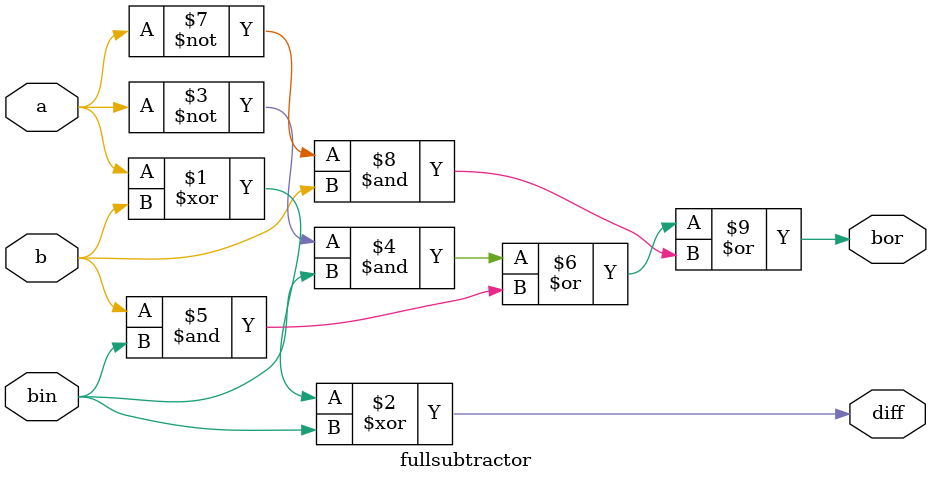
<source format=v>
`timescale 1ns / 1ps
module fullsubtractor(a,b,bin,diff,bor);
input a,b,bin;
output diff,bor;
assign diff=(a^b^bin);
assign bor=(~a&bin)|(b&bin)|(~a&b);
endmodule

</source>
